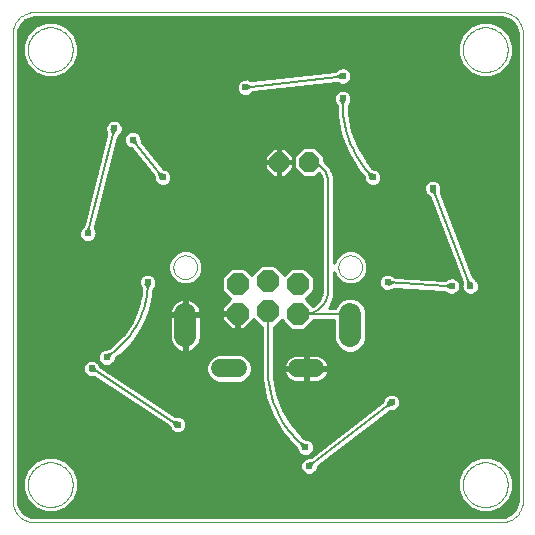
<source format=gbl>
G75*
G70*
%OFA0B0*%
%FSLAX24Y24*%
%IPPOS*%
%LPD*%
%AMOC8*
5,1,8,0,0,1.08239X$1,22.5*
%
%ADD10C,0.0000*%
%ADD11C,0.0740*%
%ADD12OC8,0.0660*%
%ADD13OC8,0.0740*%
%ADD14C,0.0600*%
%ADD15C,0.0240*%
%ADD16C,0.0060*%
%ADD17C,0.0100*%
D10*
X000150Y000857D02*
X000150Y016443D01*
X000152Y016493D01*
X000157Y016544D01*
X000166Y016593D01*
X000179Y016642D01*
X000195Y016690D01*
X000214Y016737D01*
X000236Y016782D01*
X000262Y016825D01*
X000291Y016867D01*
X000323Y016906D01*
X000357Y016943D01*
X000394Y016977D01*
X000433Y017009D01*
X000475Y017038D01*
X000518Y017064D01*
X000563Y017086D01*
X000610Y017105D01*
X000658Y017121D01*
X000707Y017134D01*
X000756Y017143D01*
X000807Y017148D01*
X000857Y017150D01*
X016443Y017150D01*
X016493Y017148D01*
X016544Y017143D01*
X016593Y017134D01*
X016642Y017121D01*
X016690Y017105D01*
X016737Y017086D01*
X016782Y017064D01*
X016825Y017038D01*
X016867Y017009D01*
X016906Y016977D01*
X016943Y016943D01*
X016977Y016906D01*
X017009Y016867D01*
X017038Y016825D01*
X017064Y016782D01*
X017086Y016737D01*
X017105Y016690D01*
X017121Y016642D01*
X017134Y016593D01*
X017143Y016544D01*
X017148Y016493D01*
X017150Y016443D01*
X017150Y000857D01*
X017148Y000807D01*
X017143Y000756D01*
X017134Y000707D01*
X017121Y000658D01*
X017105Y000610D01*
X017086Y000563D01*
X017064Y000518D01*
X017038Y000475D01*
X017009Y000433D01*
X016977Y000394D01*
X016943Y000357D01*
X016906Y000323D01*
X016867Y000291D01*
X016825Y000262D01*
X016782Y000236D01*
X016737Y000214D01*
X016690Y000195D01*
X016642Y000179D01*
X016593Y000166D01*
X016544Y000157D01*
X016493Y000152D01*
X016443Y000150D01*
X000857Y000150D01*
X000807Y000152D01*
X000756Y000157D01*
X000707Y000166D01*
X000658Y000179D01*
X000610Y000195D01*
X000563Y000214D01*
X000518Y000236D01*
X000475Y000262D01*
X000433Y000291D01*
X000394Y000323D01*
X000357Y000357D01*
X000323Y000394D01*
X000291Y000433D01*
X000262Y000475D01*
X000236Y000518D01*
X000214Y000563D01*
X000195Y000610D01*
X000179Y000658D01*
X000166Y000707D01*
X000157Y000756D01*
X000152Y000807D01*
X000150Y000857D01*
X000652Y001400D02*
X000654Y001455D01*
X000660Y001509D01*
X000670Y001563D01*
X000684Y001615D01*
X000701Y001667D01*
X000723Y001717D01*
X000748Y001766D01*
X000776Y001813D01*
X000808Y001857D01*
X000843Y001899D01*
X000881Y001938D01*
X000922Y001975D01*
X000965Y002008D01*
X001010Y002038D01*
X001058Y002065D01*
X001107Y002088D01*
X001158Y002108D01*
X001211Y002124D01*
X001264Y002136D01*
X001318Y002144D01*
X001373Y002148D01*
X001427Y002148D01*
X001482Y002144D01*
X001536Y002136D01*
X001589Y002124D01*
X001642Y002108D01*
X001693Y002088D01*
X001742Y002065D01*
X001790Y002038D01*
X001835Y002008D01*
X001878Y001975D01*
X001919Y001938D01*
X001957Y001899D01*
X001992Y001857D01*
X002024Y001813D01*
X002052Y001766D01*
X002077Y001717D01*
X002099Y001667D01*
X002116Y001615D01*
X002130Y001563D01*
X002140Y001509D01*
X002146Y001455D01*
X002148Y001400D01*
X002146Y001345D01*
X002140Y001291D01*
X002130Y001237D01*
X002116Y001185D01*
X002099Y001133D01*
X002077Y001083D01*
X002052Y001034D01*
X002024Y000987D01*
X001992Y000943D01*
X001957Y000901D01*
X001919Y000862D01*
X001878Y000825D01*
X001835Y000792D01*
X001790Y000762D01*
X001742Y000735D01*
X001693Y000712D01*
X001642Y000692D01*
X001589Y000676D01*
X001536Y000664D01*
X001482Y000656D01*
X001427Y000652D01*
X001373Y000652D01*
X001318Y000656D01*
X001264Y000664D01*
X001211Y000676D01*
X001158Y000692D01*
X001107Y000712D01*
X001058Y000735D01*
X001010Y000762D01*
X000965Y000792D01*
X000922Y000825D01*
X000881Y000862D01*
X000843Y000901D01*
X000808Y000943D01*
X000776Y000987D01*
X000748Y001034D01*
X000723Y001083D01*
X000701Y001133D01*
X000684Y001185D01*
X000670Y001237D01*
X000660Y001291D01*
X000654Y001345D01*
X000652Y001400D01*
X005506Y008650D02*
X005508Y008689D01*
X005514Y008728D01*
X005524Y008766D01*
X005537Y008803D01*
X005554Y008838D01*
X005574Y008872D01*
X005598Y008903D01*
X005625Y008932D01*
X005654Y008958D01*
X005686Y008981D01*
X005720Y009001D01*
X005756Y009017D01*
X005793Y009029D01*
X005832Y009038D01*
X005871Y009043D01*
X005910Y009044D01*
X005949Y009041D01*
X005988Y009034D01*
X006025Y009023D01*
X006062Y009009D01*
X006097Y008991D01*
X006130Y008970D01*
X006161Y008945D01*
X006189Y008918D01*
X006214Y008888D01*
X006236Y008855D01*
X006255Y008821D01*
X006270Y008785D01*
X006282Y008747D01*
X006290Y008709D01*
X006294Y008670D01*
X006294Y008630D01*
X006290Y008591D01*
X006282Y008553D01*
X006270Y008515D01*
X006255Y008479D01*
X006236Y008445D01*
X006214Y008412D01*
X006189Y008382D01*
X006161Y008355D01*
X006130Y008330D01*
X006097Y008309D01*
X006062Y008291D01*
X006025Y008277D01*
X005988Y008266D01*
X005949Y008259D01*
X005910Y008256D01*
X005871Y008257D01*
X005832Y008262D01*
X005793Y008271D01*
X005756Y008283D01*
X005720Y008299D01*
X005686Y008319D01*
X005654Y008342D01*
X005625Y008368D01*
X005598Y008397D01*
X005574Y008428D01*
X005554Y008462D01*
X005537Y008497D01*
X005524Y008534D01*
X005514Y008572D01*
X005508Y008611D01*
X005506Y008650D01*
X011006Y008650D02*
X011008Y008689D01*
X011014Y008728D01*
X011024Y008766D01*
X011037Y008803D01*
X011054Y008838D01*
X011074Y008872D01*
X011098Y008903D01*
X011125Y008932D01*
X011154Y008958D01*
X011186Y008981D01*
X011220Y009001D01*
X011256Y009017D01*
X011293Y009029D01*
X011332Y009038D01*
X011371Y009043D01*
X011410Y009044D01*
X011449Y009041D01*
X011488Y009034D01*
X011525Y009023D01*
X011562Y009009D01*
X011597Y008991D01*
X011630Y008970D01*
X011661Y008945D01*
X011689Y008918D01*
X011714Y008888D01*
X011736Y008855D01*
X011755Y008821D01*
X011770Y008785D01*
X011782Y008747D01*
X011790Y008709D01*
X011794Y008670D01*
X011794Y008630D01*
X011790Y008591D01*
X011782Y008553D01*
X011770Y008515D01*
X011755Y008479D01*
X011736Y008445D01*
X011714Y008412D01*
X011689Y008382D01*
X011661Y008355D01*
X011630Y008330D01*
X011597Y008309D01*
X011562Y008291D01*
X011525Y008277D01*
X011488Y008266D01*
X011449Y008259D01*
X011410Y008256D01*
X011371Y008257D01*
X011332Y008262D01*
X011293Y008271D01*
X011256Y008283D01*
X011220Y008299D01*
X011186Y008319D01*
X011154Y008342D01*
X011125Y008368D01*
X011098Y008397D01*
X011074Y008428D01*
X011054Y008462D01*
X011037Y008497D01*
X011024Y008534D01*
X011014Y008572D01*
X011008Y008611D01*
X011006Y008650D01*
X015152Y015900D02*
X015154Y015955D01*
X015160Y016009D01*
X015170Y016063D01*
X015184Y016115D01*
X015201Y016167D01*
X015223Y016217D01*
X015248Y016266D01*
X015276Y016313D01*
X015308Y016357D01*
X015343Y016399D01*
X015381Y016438D01*
X015422Y016475D01*
X015465Y016508D01*
X015510Y016538D01*
X015558Y016565D01*
X015607Y016588D01*
X015658Y016608D01*
X015711Y016624D01*
X015764Y016636D01*
X015818Y016644D01*
X015873Y016648D01*
X015927Y016648D01*
X015982Y016644D01*
X016036Y016636D01*
X016089Y016624D01*
X016142Y016608D01*
X016193Y016588D01*
X016242Y016565D01*
X016290Y016538D01*
X016335Y016508D01*
X016378Y016475D01*
X016419Y016438D01*
X016457Y016399D01*
X016492Y016357D01*
X016524Y016313D01*
X016552Y016266D01*
X016577Y016217D01*
X016599Y016167D01*
X016616Y016115D01*
X016630Y016063D01*
X016640Y016009D01*
X016646Y015955D01*
X016648Y015900D01*
X016646Y015845D01*
X016640Y015791D01*
X016630Y015737D01*
X016616Y015685D01*
X016599Y015633D01*
X016577Y015583D01*
X016552Y015534D01*
X016524Y015487D01*
X016492Y015443D01*
X016457Y015401D01*
X016419Y015362D01*
X016378Y015325D01*
X016335Y015292D01*
X016290Y015262D01*
X016242Y015235D01*
X016193Y015212D01*
X016142Y015192D01*
X016089Y015176D01*
X016036Y015164D01*
X015982Y015156D01*
X015927Y015152D01*
X015873Y015152D01*
X015818Y015156D01*
X015764Y015164D01*
X015711Y015176D01*
X015658Y015192D01*
X015607Y015212D01*
X015558Y015235D01*
X015510Y015262D01*
X015465Y015292D01*
X015422Y015325D01*
X015381Y015362D01*
X015343Y015401D01*
X015308Y015443D01*
X015276Y015487D01*
X015248Y015534D01*
X015223Y015583D01*
X015201Y015633D01*
X015184Y015685D01*
X015170Y015737D01*
X015160Y015791D01*
X015154Y015845D01*
X015152Y015900D01*
X000652Y015900D02*
X000654Y015955D01*
X000660Y016009D01*
X000670Y016063D01*
X000684Y016115D01*
X000701Y016167D01*
X000723Y016217D01*
X000748Y016266D01*
X000776Y016313D01*
X000808Y016357D01*
X000843Y016399D01*
X000881Y016438D01*
X000922Y016475D01*
X000965Y016508D01*
X001010Y016538D01*
X001058Y016565D01*
X001107Y016588D01*
X001158Y016608D01*
X001211Y016624D01*
X001264Y016636D01*
X001318Y016644D01*
X001373Y016648D01*
X001427Y016648D01*
X001482Y016644D01*
X001536Y016636D01*
X001589Y016624D01*
X001642Y016608D01*
X001693Y016588D01*
X001742Y016565D01*
X001790Y016538D01*
X001835Y016508D01*
X001878Y016475D01*
X001919Y016438D01*
X001957Y016399D01*
X001992Y016357D01*
X002024Y016313D01*
X002052Y016266D01*
X002077Y016217D01*
X002099Y016167D01*
X002116Y016115D01*
X002130Y016063D01*
X002140Y016009D01*
X002146Y015955D01*
X002148Y015900D01*
X002146Y015845D01*
X002140Y015791D01*
X002130Y015737D01*
X002116Y015685D01*
X002099Y015633D01*
X002077Y015583D01*
X002052Y015534D01*
X002024Y015487D01*
X001992Y015443D01*
X001957Y015401D01*
X001919Y015362D01*
X001878Y015325D01*
X001835Y015292D01*
X001790Y015262D01*
X001742Y015235D01*
X001693Y015212D01*
X001642Y015192D01*
X001589Y015176D01*
X001536Y015164D01*
X001482Y015156D01*
X001427Y015152D01*
X001373Y015152D01*
X001318Y015156D01*
X001264Y015164D01*
X001211Y015176D01*
X001158Y015192D01*
X001107Y015212D01*
X001058Y015235D01*
X001010Y015262D01*
X000965Y015292D01*
X000922Y015325D01*
X000881Y015362D01*
X000843Y015401D01*
X000808Y015443D01*
X000776Y015487D01*
X000748Y015534D01*
X000723Y015583D01*
X000701Y015633D01*
X000684Y015685D01*
X000670Y015737D01*
X000660Y015791D01*
X000654Y015845D01*
X000652Y015900D01*
X015152Y001400D02*
X015154Y001455D01*
X015160Y001509D01*
X015170Y001563D01*
X015184Y001615D01*
X015201Y001667D01*
X015223Y001717D01*
X015248Y001766D01*
X015276Y001813D01*
X015308Y001857D01*
X015343Y001899D01*
X015381Y001938D01*
X015422Y001975D01*
X015465Y002008D01*
X015510Y002038D01*
X015558Y002065D01*
X015607Y002088D01*
X015658Y002108D01*
X015711Y002124D01*
X015764Y002136D01*
X015818Y002144D01*
X015873Y002148D01*
X015927Y002148D01*
X015982Y002144D01*
X016036Y002136D01*
X016089Y002124D01*
X016142Y002108D01*
X016193Y002088D01*
X016242Y002065D01*
X016290Y002038D01*
X016335Y002008D01*
X016378Y001975D01*
X016419Y001938D01*
X016457Y001899D01*
X016492Y001857D01*
X016524Y001813D01*
X016552Y001766D01*
X016577Y001717D01*
X016599Y001667D01*
X016616Y001615D01*
X016630Y001563D01*
X016640Y001509D01*
X016646Y001455D01*
X016648Y001400D01*
X016646Y001345D01*
X016640Y001291D01*
X016630Y001237D01*
X016616Y001185D01*
X016599Y001133D01*
X016577Y001083D01*
X016552Y001034D01*
X016524Y000987D01*
X016492Y000943D01*
X016457Y000901D01*
X016419Y000862D01*
X016378Y000825D01*
X016335Y000792D01*
X016290Y000762D01*
X016242Y000735D01*
X016193Y000712D01*
X016142Y000692D01*
X016089Y000676D01*
X016036Y000664D01*
X015982Y000656D01*
X015927Y000652D01*
X015873Y000652D01*
X015818Y000656D01*
X015764Y000664D01*
X015711Y000676D01*
X015658Y000692D01*
X015607Y000712D01*
X015558Y000735D01*
X015510Y000762D01*
X015465Y000792D01*
X015422Y000825D01*
X015381Y000862D01*
X015343Y000901D01*
X015308Y000943D01*
X015276Y000987D01*
X015248Y001034D01*
X015223Y001083D01*
X015201Y001133D01*
X015184Y001185D01*
X015170Y001237D01*
X015160Y001291D01*
X015154Y001345D01*
X015152Y001400D01*
D11*
X011400Y006348D02*
X011400Y007088D01*
X005900Y007088D02*
X005900Y006348D01*
D12*
X009025Y012150D03*
X010025Y012150D03*
D13*
X008650Y008200D03*
X009650Y008100D03*
X009650Y007100D03*
X008650Y007200D03*
X007650Y007100D03*
X007650Y008100D03*
D14*
X007670Y005275D02*
X007070Y005275D01*
X009630Y005275D02*
X010230Y005275D01*
D15*
X012775Y004150D03*
X009900Y002650D03*
X010025Y002025D03*
X005650Y003400D03*
X003275Y005650D03*
X002775Y005275D03*
X004650Y008150D03*
X002650Y009775D03*
X005150Y011650D03*
X004150Y012900D03*
X003525Y013275D03*
X002400Y014900D03*
X007900Y014650D03*
X011150Y014275D03*
X011150Y015025D03*
X012150Y011650D03*
X014150Y011275D03*
X012650Y008150D03*
X014775Y008025D03*
X015400Y008025D03*
D16*
X015457Y008095D01*
X015335Y008193D01*
X015457Y008095D01*
X015400Y008025D01*
X015311Y008039D01*
X015335Y008193D01*
X015311Y008039D01*
X015400Y008025D01*
X014215Y011107D01*
X014093Y011205D01*
X014150Y011275D01*
X014239Y011261D01*
X014215Y011107D01*
X014150Y011275D01*
X014239Y011261D01*
X014239Y011261D01*
X012176Y011736D02*
X012150Y011650D01*
X012062Y011629D01*
X012150Y011650D01*
X012176Y011736D01*
X012026Y011781D01*
X012026Y011781D01*
X012026Y011781D01*
X012176Y011736D01*
X012026Y011781D01*
X012062Y011629D01*
X012026Y011781D01*
X012062Y011629D01*
X012062Y011629D01*
X012026Y011781D01*
X012176Y011736D01*
X012150Y011650D01*
X012062Y011629D01*
X012150Y011650D02*
X012176Y011736D01*
X012176Y011736D01*
X010650Y011525D02*
X010650Y007823D01*
X010648Y007772D01*
X010643Y007721D01*
X010633Y007671D01*
X010621Y007621D01*
X010604Y007573D01*
X010584Y007525D01*
X010561Y007480D01*
X010535Y007436D01*
X010505Y007394D01*
X010473Y007355D01*
X010437Y007317D01*
X010399Y007283D01*
X010359Y007251D01*
X010317Y007223D01*
X010272Y007197D01*
X010226Y007175D01*
X010179Y007156D01*
X010130Y007141D01*
X010080Y007129D01*
X010029Y007121D01*
X009978Y007117D01*
X009978Y007116D02*
X009650Y007100D01*
X011400Y007088D01*
X012690Y008070D02*
X012650Y008150D01*
X012699Y008225D01*
X012830Y008139D01*
X012690Y008070D01*
X012650Y008150D01*
X014595Y008036D01*
X014735Y008105D01*
X014775Y008025D01*
X014725Y007950D01*
X014595Y008036D01*
X014735Y008105D01*
X014735Y008105D01*
X014711Y008025D02*
X014775Y008025D01*
X014595Y008036D01*
X015311Y008039D02*
X015311Y008039D01*
X015335Y008193D02*
X015457Y008095D01*
X012830Y008139D02*
X012690Y008070D01*
X008650Y005251D02*
X008654Y005094D01*
X008665Y004937D01*
X008683Y004781D01*
X008709Y004626D01*
X008742Y004473D01*
X008782Y004321D01*
X008830Y004171D01*
X008884Y004024D01*
X008946Y003879D01*
X009014Y003738D01*
X009088Y003599D01*
X009169Y003465D01*
X009257Y003334D01*
X009350Y003208D01*
X009449Y003086D01*
X009554Y002969D01*
X009664Y002857D01*
X009780Y002751D01*
X009900Y002650D01*
X009916Y002739D01*
X009900Y002650D01*
X009815Y002620D01*
X009900Y002650D01*
X009916Y002739D01*
X009763Y002766D01*
X009916Y002739D01*
X009763Y002766D01*
X009815Y002620D01*
X009763Y002766D01*
X009815Y002620D01*
X009815Y002620D01*
X009900Y002650D01*
X010013Y002114D02*
X010025Y002025D01*
X010108Y001991D01*
X010167Y002135D01*
X010013Y002114D01*
X010025Y002025D02*
X012633Y004040D01*
X012692Y004184D01*
X012775Y004150D01*
X012787Y004061D01*
X012633Y004040D01*
X012775Y004150D01*
X008650Y005251D02*
X008650Y007200D01*
X005655Y003490D02*
X005499Y003498D01*
X005570Y003359D01*
X005650Y003400D01*
X005655Y003490D01*
X005650Y003400D02*
X005499Y003498D01*
X002775Y005275D01*
X002770Y005185D01*
X002926Y005177D01*
X002855Y005316D01*
X002775Y005275D01*
X003275Y005650D02*
X003357Y005613D01*
X003421Y005756D01*
X003266Y005740D01*
X003275Y005650D01*
X003421Y005756D01*
X003266Y005740D01*
X003266Y005740D01*
X003421Y005756D02*
X003437Y005768D01*
X004644Y007970D02*
X004571Y008107D01*
X004650Y008150D01*
X004571Y008107D01*
X004644Y007970D01*
X004571Y008107D01*
X004650Y008150D01*
X004727Y008103D01*
X004650Y008150D01*
X004727Y008103D01*
X004727Y008103D01*
X004644Y007970D01*
X004645Y007970D01*
X004571Y008107D01*
X004645Y007970D02*
X004727Y008103D01*
X004727Y008103D01*
X004645Y007970D01*
X004727Y008103D01*
X004644Y007970D02*
X004645Y007970D01*
X002737Y009800D02*
X002694Y009950D01*
X002585Y009838D01*
X002650Y009775D01*
X002737Y009800D01*
X002650Y009775D02*
X002694Y009950D01*
X003481Y013100D01*
X003438Y013250D01*
X003525Y013275D01*
X003590Y013212D01*
X003481Y013100D01*
X003525Y013275D01*
X004150Y012900D02*
X004117Y012816D01*
X004262Y012759D01*
X004239Y012914D01*
X004150Y012900D01*
X004239Y012914D01*
X004239Y012914D01*
X004262Y012759D01*
X004117Y012816D01*
X004262Y012759D01*
X004262Y012759D01*
X004239Y012914D01*
X004150Y012900D02*
X004262Y012759D01*
X004262Y012759D01*
X005038Y011791D01*
X005183Y011734D01*
X005150Y011650D01*
X005061Y011636D01*
X005150Y011650D01*
X005183Y011734D01*
X005038Y011791D01*
X005061Y011636D01*
X005061Y011636D01*
X005038Y011791D01*
X005038Y011791D01*
X005038Y011791D01*
X005038Y011791D01*
X005150Y011650D01*
X004117Y012816D02*
X004150Y012900D01*
X007900Y014650D02*
X007954Y014578D01*
X008079Y014671D01*
X007936Y014733D01*
X007900Y014650D01*
X008079Y014671D01*
X010971Y015004D01*
X011096Y015097D01*
X011150Y015025D01*
X011114Y014942D01*
X010971Y015004D01*
X011150Y015025D01*
X011150Y014275D02*
X011072Y014230D01*
X011150Y014095D01*
X011072Y014230D01*
X011150Y014275D01*
X011228Y014230D01*
X011150Y014095D01*
X011228Y014230D01*
X011150Y014275D01*
X011150Y014095D01*
X011150Y014095D01*
X011072Y014230D01*
X011150Y014095D02*
X011150Y014095D01*
X011150Y014064D01*
X011228Y014230D02*
X011228Y014230D01*
X010025Y012150D02*
X010074Y012148D01*
X010123Y012142D01*
X010171Y012133D01*
X010218Y012119D01*
X010264Y012102D01*
X010309Y012082D01*
X010352Y012058D01*
X010392Y012031D01*
X010431Y012000D01*
X010467Y011967D01*
X010500Y011931D01*
X010531Y011892D01*
X010558Y011852D01*
X010582Y011809D01*
X010602Y011764D01*
X010619Y011718D01*
X010633Y011671D01*
X010642Y011623D01*
X010648Y011574D01*
X010650Y011525D01*
X012026Y011781D02*
X012087Y011714D01*
X012150Y011650D01*
X012026Y011781D02*
X011918Y011907D01*
X011815Y012039D01*
X011720Y012176D01*
X011631Y012317D01*
X011549Y012462D01*
X011475Y012611D01*
X011407Y012764D01*
X011348Y012919D01*
X011296Y013078D01*
X011251Y013238D01*
X011215Y013401D01*
X011187Y013566D01*
X011166Y013731D01*
X011154Y013897D01*
X011150Y014064D01*
X004650Y008150D02*
X004649Y008060D01*
X004644Y007970D01*
X004632Y007826D01*
X004613Y007684D01*
X004587Y007542D01*
X004553Y007402D01*
X004513Y007263D01*
X004467Y007127D01*
X004413Y006993D01*
X004353Y006862D01*
X004287Y006734D01*
X004215Y006609D01*
X004136Y006488D01*
X004052Y006371D01*
X003962Y006258D01*
X003867Y006150D01*
X003767Y006047D01*
X003661Y005948D01*
X003551Y005855D01*
X003437Y005767D01*
D17*
X000524Y000446D02*
X016776Y000446D01*
X016741Y000411D02*
X016548Y000330D01*
X016443Y000320D01*
X000857Y000320D01*
X000752Y000330D01*
X000559Y000411D01*
X000411Y000559D01*
X000330Y000752D01*
X000320Y000857D01*
X000320Y016443D01*
X000330Y016548D01*
X000411Y016741D01*
X000559Y016889D01*
X000752Y016970D01*
X000857Y016980D01*
X016443Y016980D01*
X016548Y016970D01*
X016741Y016889D01*
X016889Y016741D01*
X016970Y016548D01*
X016980Y016443D01*
X016980Y000857D01*
X016970Y000752D01*
X016889Y000559D01*
X016741Y000411D01*
X016588Y000347D02*
X000712Y000347D01*
X000880Y000622D02*
X001217Y000483D01*
X001583Y000483D01*
X001920Y000622D01*
X002178Y000880D01*
X002317Y001217D01*
X002317Y001583D01*
X002178Y001920D01*
X001920Y002178D01*
X001583Y002317D01*
X001584Y002317D02*
X010020Y002317D01*
X010005Y002315D02*
X009967Y002315D01*
X009949Y002307D01*
X009904Y002301D01*
X009890Y002283D01*
X009861Y002271D01*
X009779Y002189D01*
X009735Y002083D01*
X009735Y001967D01*
X009779Y001861D01*
X009861Y001779D01*
X009967Y001735D01*
X010083Y001735D01*
X010189Y001779D01*
X010239Y001829D01*
X010262Y001838D01*
X010262Y001838D01*
X010293Y001915D01*
X010315Y001967D01*
X010315Y001968D01*
X010325Y001992D01*
X010332Y002010D01*
X012689Y003831D01*
X012689Y003831D01*
X012712Y003849D01*
X012778Y003858D01*
X012795Y003860D01*
X012833Y003860D01*
X012851Y003868D01*
X012896Y003874D01*
X012910Y003892D01*
X012939Y003904D01*
X013021Y003986D01*
X013065Y004092D01*
X013065Y004208D01*
X013021Y004314D01*
X012939Y004396D01*
X012833Y004440D01*
X012717Y004440D01*
X012611Y004396D01*
X012561Y004346D01*
X012538Y004337D01*
X012507Y004260D01*
X012485Y004208D01*
X012485Y004207D01*
X012468Y004165D01*
X010088Y002326D01*
X010005Y002315D01*
X009958Y002360D02*
X010064Y002404D01*
X010146Y002486D01*
X010190Y002592D01*
X010190Y002708D01*
X010146Y002814D01*
X010064Y002896D01*
X010045Y002904D01*
X010033Y002921D01*
X009982Y002930D01*
X009958Y002940D01*
X009926Y002940D01*
X009858Y002952D01*
X009814Y002991D01*
X009446Y003413D01*
X009159Y003895D01*
X008962Y004419D01*
X008863Y004971D01*
X008850Y005251D01*
X008850Y006660D01*
X008874Y006660D01*
X009110Y006896D01*
X009110Y006876D01*
X009426Y006560D01*
X009874Y006560D01*
X010190Y006876D01*
X010190Y006896D01*
X010860Y006891D01*
X010860Y006240D01*
X010942Y006042D01*
X011094Y005890D01*
X011293Y005808D01*
X011507Y005808D01*
X011706Y005890D01*
X011858Y006042D01*
X011940Y006240D01*
X011940Y007195D01*
X011858Y007393D01*
X011706Y007545D01*
X011507Y007627D01*
X011293Y007627D01*
X011094Y007545D01*
X010942Y007393D01*
X010900Y007291D01*
X010691Y007293D01*
X010720Y007324D01*
X010850Y007648D01*
X010850Y008505D01*
X010922Y008331D01*
X011081Y008172D01*
X011288Y008086D01*
X011512Y008086D01*
X011719Y008172D01*
X011878Y008331D01*
X011964Y008538D01*
X011964Y008762D01*
X011878Y008969D01*
X011719Y009128D01*
X011512Y009214D01*
X011288Y009214D01*
X011081Y009128D01*
X010922Y008969D01*
X010850Y008795D01*
X010850Y011689D01*
X010724Y011992D01*
X010724Y011992D01*
X010525Y012192D01*
X010525Y012357D01*
X010232Y012650D01*
X009818Y012650D01*
X009525Y012357D01*
X009525Y011943D01*
X009818Y011650D01*
X010232Y011650D01*
X010361Y011779D01*
X010378Y011761D01*
X010442Y011608D01*
X010450Y011525D01*
X010450Y007823D01*
X010441Y007727D01*
X010370Y007549D01*
X010238Y007410D01*
X010146Y007368D01*
X009914Y007600D01*
X010190Y007876D01*
X010190Y008324D01*
X009874Y008640D01*
X009426Y008640D01*
X009190Y008404D01*
X009190Y008424D01*
X008874Y008740D01*
X008426Y008740D01*
X008110Y008424D01*
X008110Y008404D01*
X007874Y008640D01*
X007426Y008640D01*
X007110Y008324D01*
X007110Y007876D01*
X007400Y007586D01*
X007130Y007315D01*
X007130Y007150D01*
X007600Y007150D01*
X007600Y007050D01*
X007700Y007050D01*
X007700Y006580D01*
X007865Y006580D01*
X008170Y006885D01*
X008170Y006916D01*
X008426Y006660D01*
X008450Y006660D01*
X008450Y004934D01*
X008563Y004309D01*
X008786Y003715D01*
X009111Y003170D01*
X009527Y002692D01*
X009597Y002637D01*
X009610Y002599D01*
X009610Y002592D01*
X009629Y002546D01*
X009654Y002475D01*
X009655Y002475D01*
X009655Y002474D01*
X009655Y002474D01*
X009655Y002474D01*
X009655Y002474D01*
X009655Y002474D01*
X009676Y002464D01*
X009736Y002404D01*
X009842Y002360D01*
X009958Y002360D01*
X009904Y002301D02*
X009904Y002301D01*
X009904Y002301D01*
X009808Y002219D02*
X001821Y002219D01*
X001978Y002120D02*
X009750Y002120D01*
X009735Y002022D02*
X002076Y002022D01*
X002175Y001923D02*
X009753Y001923D01*
X009815Y001825D02*
X002217Y001825D01*
X002258Y001726D02*
X015042Y001726D01*
X015083Y001825D02*
X010235Y001825D01*
X010262Y001838D02*
X010262Y001838D01*
X010297Y001923D02*
X015125Y001923D01*
X015122Y001920D02*
X014983Y001583D01*
X014983Y001217D01*
X015122Y000880D01*
X015380Y000622D01*
X015717Y000483D01*
X016083Y000483D01*
X016420Y000622D01*
X016678Y000880D01*
X016817Y001217D01*
X016817Y001583D01*
X016678Y001920D01*
X016420Y002178D01*
X016083Y002317D01*
X016084Y002317D02*
X016980Y002317D01*
X016980Y002219D02*
X016321Y002219D01*
X016478Y002120D02*
X016980Y002120D01*
X016980Y002022D02*
X016576Y002022D01*
X016675Y001923D02*
X016980Y001923D01*
X016980Y001825D02*
X016717Y001825D01*
X016758Y001726D02*
X016980Y001726D01*
X016980Y001628D02*
X016799Y001628D01*
X016817Y001529D02*
X016980Y001529D01*
X016980Y001431D02*
X016817Y001431D01*
X016817Y001332D02*
X016980Y001332D01*
X016980Y001234D02*
X016817Y001234D01*
X016783Y001135D02*
X016980Y001135D01*
X016980Y001037D02*
X016743Y001037D01*
X016702Y000938D02*
X016980Y000938D01*
X016978Y000840D02*
X016637Y000840D01*
X016539Y000741D02*
X016965Y000741D01*
X016924Y000643D02*
X016440Y000643D01*
X016231Y000544D02*
X016875Y000544D01*
X015569Y000544D02*
X001731Y000544D01*
X001940Y000643D02*
X015360Y000643D01*
X015261Y000741D02*
X002039Y000741D01*
X002137Y000840D02*
X015163Y000840D01*
X015098Y000938D02*
X002202Y000938D01*
X002243Y001037D02*
X015057Y001037D01*
X015017Y001135D02*
X002283Y001135D01*
X002317Y001234D02*
X014983Y001234D01*
X014983Y001332D02*
X002317Y001332D01*
X002317Y001431D02*
X014983Y001431D01*
X014983Y001529D02*
X002317Y001529D01*
X002299Y001628D02*
X015001Y001628D01*
X015122Y001920D02*
X015380Y002178D01*
X015717Y002317D01*
X015716Y002317D02*
X010730Y002317D01*
X010857Y002416D02*
X016980Y002416D01*
X016980Y002514D02*
X010985Y002514D01*
X011112Y002613D02*
X016980Y002613D01*
X016980Y002711D02*
X011240Y002711D01*
X011367Y002810D02*
X016980Y002810D01*
X016980Y002908D02*
X011495Y002908D01*
X011622Y003007D02*
X016980Y003007D01*
X016980Y003105D02*
X011750Y003105D01*
X011877Y003204D02*
X016980Y003204D01*
X016980Y003302D02*
X012005Y003302D01*
X012132Y003401D02*
X016980Y003401D01*
X016980Y003499D02*
X012260Y003499D01*
X012387Y003598D02*
X016980Y003598D01*
X016980Y003696D02*
X012515Y003696D01*
X012642Y003795D02*
X016980Y003795D01*
X016980Y003893D02*
X012912Y003893D01*
X012896Y003874D02*
X012896Y003874D01*
X012896Y003874D01*
X013023Y003992D02*
X016980Y003992D01*
X016980Y004090D02*
X013064Y004090D01*
X013065Y004189D02*
X016980Y004189D01*
X016980Y004287D02*
X013032Y004287D01*
X012950Y004386D02*
X016980Y004386D01*
X016980Y004484D02*
X008951Y004484D01*
X008933Y004583D02*
X016980Y004583D01*
X016980Y004681D02*
X008915Y004681D01*
X008897Y004780D02*
X016980Y004780D01*
X016980Y004878D02*
X010442Y004878D01*
X010466Y004890D02*
X010523Y004932D01*
X010573Y004982D01*
X010615Y005039D01*
X010647Y005102D01*
X010669Y005170D01*
X010678Y005225D01*
X009980Y005225D01*
X009980Y005325D01*
X009880Y005325D01*
X009880Y005725D01*
X009595Y005725D01*
X009525Y005714D01*
X009457Y005692D01*
X009394Y005660D01*
X009337Y005618D01*
X009287Y005568D01*
X009245Y005511D01*
X009213Y005448D01*
X009191Y005380D01*
X009182Y005325D01*
X009880Y005325D01*
X009880Y005225D01*
X009980Y005225D01*
X009980Y004825D01*
X010265Y004825D01*
X010335Y004836D01*
X010403Y004858D01*
X010466Y004890D01*
X010568Y004977D02*
X016980Y004977D01*
X016980Y005075D02*
X010633Y005075D01*
X010670Y005174D02*
X016980Y005174D01*
X016980Y005272D02*
X009980Y005272D01*
X009980Y005325D02*
X010678Y005325D01*
X010669Y005380D01*
X010647Y005448D01*
X010615Y005511D01*
X010573Y005568D01*
X010523Y005618D01*
X010466Y005660D01*
X010403Y005692D01*
X010335Y005714D01*
X010265Y005725D01*
X009980Y005725D01*
X009980Y005325D01*
X009980Y005371D02*
X009880Y005371D01*
X009880Y005469D02*
X009980Y005469D01*
X009980Y005568D02*
X009880Y005568D01*
X009880Y005666D02*
X009980Y005666D01*
X009880Y005272D02*
X008850Y005272D01*
X008850Y005371D02*
X009190Y005371D01*
X009224Y005469D02*
X008850Y005469D01*
X008850Y005568D02*
X009286Y005568D01*
X009406Y005666D02*
X008850Y005666D01*
X008850Y005765D02*
X016980Y005765D01*
X016980Y005863D02*
X011641Y005863D01*
X011778Y005962D02*
X016980Y005962D01*
X016980Y006060D02*
X011865Y006060D01*
X011906Y006159D02*
X016980Y006159D01*
X016980Y006257D02*
X011940Y006257D01*
X011940Y006356D02*
X016980Y006356D01*
X016980Y006454D02*
X011940Y006454D01*
X011940Y006553D02*
X016980Y006553D01*
X016980Y006651D02*
X011940Y006651D01*
X011940Y006750D02*
X016980Y006750D01*
X016980Y006848D02*
X011940Y006848D01*
X011940Y006947D02*
X016980Y006947D01*
X016980Y007045D02*
X011940Y007045D01*
X011940Y007144D02*
X016980Y007144D01*
X016980Y007242D02*
X011920Y007242D01*
X011880Y007341D02*
X016980Y007341D01*
X016980Y007439D02*
X011812Y007439D01*
X011714Y007538D02*
X016980Y007538D01*
X016980Y007636D02*
X010845Y007636D01*
X010850Y007735D02*
X016980Y007735D01*
X016980Y007833D02*
X015618Y007833D01*
X015646Y007861D02*
X015690Y007967D01*
X015690Y008083D01*
X015648Y008183D01*
X015647Y008198D01*
X015647Y008198D01*
X015647Y008198D01*
X015594Y008241D01*
X015564Y008271D01*
X015550Y008277D01*
X015503Y008315D01*
X014421Y011129D01*
X014426Y011166D01*
X014439Y011178D01*
X014439Y011215D01*
X014440Y011217D01*
X014440Y011252D01*
X014449Y011312D01*
X014440Y011325D01*
X014440Y011333D01*
X014439Y011335D01*
X014439Y011344D01*
X014433Y011350D01*
X014396Y011439D01*
X014314Y011521D01*
X014208Y011565D01*
X014092Y011565D01*
X013986Y011521D01*
X013904Y011439D01*
X013860Y011333D01*
X013860Y011217D01*
X013902Y011117D01*
X013903Y011102D01*
X013956Y011059D01*
X013986Y011029D01*
X014000Y011023D01*
X014030Y010999D01*
X014047Y010985D01*
X010850Y010985D01*
X010850Y010887D02*
X014085Y010887D01*
X014058Y010958D02*
X015129Y008171D01*
X015126Y008152D01*
X015124Y008134D01*
X015111Y008122D01*
X015111Y008085D01*
X015110Y008083D01*
X015110Y008048D01*
X015105Y008016D01*
X015101Y007988D01*
X015110Y007975D01*
X015110Y007967D01*
X015111Y007965D01*
X015111Y007956D01*
X015117Y007950D01*
X015154Y007861D01*
X015236Y007779D01*
X015342Y007735D01*
X015458Y007735D01*
X015564Y007779D01*
X015646Y007861D01*
X015675Y007932D02*
X016980Y007932D01*
X016980Y008030D02*
X015690Y008030D01*
X015671Y008129D02*
X016980Y008129D01*
X016980Y008227D02*
X015611Y008227D01*
X015499Y008326D02*
X016980Y008326D01*
X016980Y008424D02*
X015461Y008424D01*
X015423Y008523D02*
X016980Y008523D01*
X016980Y008621D02*
X015385Y008621D01*
X015347Y008720D02*
X016980Y008720D01*
X016980Y008818D02*
X015309Y008818D01*
X015271Y008917D02*
X016980Y008917D01*
X016980Y009015D02*
X015234Y009015D01*
X015196Y009114D02*
X016980Y009114D01*
X016980Y009212D02*
X015158Y009212D01*
X015120Y009311D02*
X016980Y009311D01*
X016980Y009409D02*
X015082Y009409D01*
X015044Y009508D02*
X016980Y009508D01*
X016980Y009606D02*
X015006Y009606D01*
X014968Y009705D02*
X016980Y009705D01*
X016980Y009803D02*
X014930Y009803D01*
X014893Y009902D02*
X016980Y009902D01*
X016980Y010000D02*
X014855Y010000D01*
X014817Y010099D02*
X016980Y010099D01*
X016980Y010197D02*
X014779Y010197D01*
X014741Y010296D02*
X016980Y010296D01*
X016980Y010394D02*
X014703Y010394D01*
X014665Y010493D02*
X016980Y010493D01*
X016980Y010591D02*
X014627Y010591D01*
X014589Y010690D02*
X016980Y010690D01*
X016980Y010788D02*
X014552Y010788D01*
X014514Y010887D02*
X016980Y010887D01*
X016980Y010985D02*
X014476Y010985D01*
X014438Y011084D02*
X016980Y011084D01*
X016980Y011182D02*
X014439Y011182D01*
X014444Y011281D02*
X016980Y011281D01*
X016980Y011379D02*
X014421Y011379D01*
X014449Y011312D02*
X014449Y011312D01*
X014449Y011312D01*
X014358Y011478D02*
X016980Y011478D01*
X016980Y011576D02*
X012433Y011576D01*
X012440Y011592D02*
X012396Y011486D01*
X012314Y011404D01*
X012208Y011360D01*
X012092Y011360D01*
X011986Y011404D01*
X011904Y011486D01*
X011901Y011493D01*
X011887Y011502D01*
X011887Y011502D01*
X011885Y011510D01*
X011879Y011514D01*
X011870Y011569D01*
X011860Y011592D01*
X011860Y011616D01*
X011843Y011685D01*
X011822Y011708D01*
X011822Y011708D01*
X011655Y011894D01*
X011655Y011894D01*
X011309Y012460D01*
X011309Y012460D01*
X011071Y013080D01*
X011071Y013080D01*
X010950Y013732D01*
X010950Y014012D01*
X010950Y014012D01*
X010950Y014041D01*
X010918Y014097D01*
X010904Y014111D01*
X010889Y014146D01*
X010863Y014192D01*
X010857Y014202D01*
X010857Y014202D01*
X010861Y014215D01*
X010860Y014217D01*
X010860Y014333D01*
X010904Y014439D01*
X010986Y014521D01*
X011092Y014565D01*
X011208Y014565D01*
X011314Y014521D01*
X011396Y014439D01*
X011440Y014333D01*
X011440Y014217D01*
X011439Y014215D01*
X011443Y014202D01*
X011443Y014202D01*
X011443Y014202D01*
X011443Y014202D01*
X011431Y014182D01*
X011428Y014176D01*
X011428Y014147D01*
X011399Y014118D01*
X011396Y014111D01*
X011382Y014097D01*
X011351Y014043D01*
X011363Y013770D01*
X011471Y013192D01*
X011681Y012643D01*
X011988Y012142D01*
X012141Y011955D01*
X012192Y011940D01*
X012208Y011940D01*
X012217Y011936D01*
X012258Y011936D01*
X012281Y011914D01*
X012312Y011905D01*
X012312Y011905D01*
X012312Y011905D01*
X012312Y011905D01*
X012312Y011905D01*
X012312Y011904D01*
X012312Y011904D01*
X012312Y011904D01*
X012319Y011891D01*
X012396Y011814D01*
X012440Y011708D01*
X012440Y011592D01*
X012440Y011675D02*
X016980Y011675D01*
X016980Y011773D02*
X012413Y011773D01*
X012339Y011872D02*
X016980Y011872D01*
X016980Y011970D02*
X012129Y011970D01*
X012048Y012069D02*
X016980Y012069D01*
X016980Y012167D02*
X011973Y012167D01*
X011912Y012266D02*
X016980Y012266D01*
X016980Y012364D02*
X011852Y012364D01*
X011792Y012463D02*
X016980Y012463D01*
X016980Y012561D02*
X011732Y012561D01*
X011675Y012660D02*
X016980Y012660D01*
X016980Y012758D02*
X011637Y012758D01*
X011599Y012857D02*
X016980Y012857D01*
X016980Y012955D02*
X011562Y012955D01*
X011524Y013054D02*
X016980Y013054D01*
X016980Y013152D02*
X011486Y013152D01*
X011460Y013251D02*
X016980Y013251D01*
X016980Y013349D02*
X011441Y013349D01*
X011423Y013448D02*
X016980Y013448D01*
X016980Y013546D02*
X011405Y013546D01*
X011387Y013645D02*
X016980Y013645D01*
X016980Y013743D02*
X011369Y013743D01*
X011360Y013842D02*
X016980Y013842D01*
X016980Y013940D02*
X011356Y013940D01*
X011351Y014039D02*
X016980Y014039D01*
X016980Y014137D02*
X011418Y014137D01*
X011440Y014236D02*
X016980Y014236D01*
X016980Y014334D02*
X011439Y014334D01*
X011399Y014433D02*
X016980Y014433D01*
X016980Y014531D02*
X011290Y014531D01*
X011208Y014735D02*
X011314Y014779D01*
X011396Y014861D01*
X011440Y014967D01*
X011440Y015083D01*
X011396Y015189D01*
X011314Y015271D01*
X011208Y015315D01*
X011092Y015315D01*
X011066Y015304D01*
X011044Y015307D01*
X011044Y015307D01*
X011044Y015307D01*
X011006Y015279D01*
X010986Y015271D01*
X010960Y015245D01*
X010895Y015197D01*
X008138Y014879D01*
X008109Y014875D01*
X008066Y014894D01*
X008064Y014896D01*
X008013Y014917D01*
X007939Y014949D01*
X007916Y014940D01*
X007842Y014940D01*
X007736Y014896D01*
X007654Y014814D01*
X007610Y014708D01*
X007610Y014592D01*
X007654Y014486D01*
X007736Y014404D01*
X007842Y014360D01*
X007958Y014360D01*
X007984Y014371D01*
X008006Y014368D01*
X008006Y014368D01*
X008006Y014368D01*
X008044Y014396D01*
X008064Y014404D01*
X008090Y014430D01*
X008112Y014446D01*
X008139Y014466D01*
X008139Y014466D01*
X008155Y014478D01*
X010912Y014796D01*
X010941Y014800D01*
X010984Y014781D01*
X010986Y014779D01*
X011037Y014758D01*
X011100Y014731D01*
X011111Y014726D01*
X011134Y014735D01*
X011208Y014735D01*
X011116Y014728D02*
X016980Y014728D01*
X016980Y014630D02*
X009467Y014630D01*
X009393Y015024D02*
X001682Y015024D01*
X001583Y014983D02*
X001920Y015122D01*
X002178Y015380D01*
X002317Y015717D01*
X002317Y016083D01*
X002178Y016420D01*
X001920Y016678D01*
X001583Y016817D01*
X001217Y016817D01*
X000880Y016678D01*
X000622Y016420D01*
X000483Y016083D01*
X000483Y015717D01*
X000622Y015380D01*
X000880Y015122D01*
X001217Y014983D01*
X001583Y014983D01*
X001919Y015122D02*
X010246Y015122D01*
X010321Y014728D02*
X011106Y014728D01*
X010912Y014796D02*
X010912Y014796D01*
X011010Y014531D02*
X008614Y014531D01*
X008539Y014925D02*
X007995Y014925D01*
X007939Y014949D02*
X007939Y014949D01*
X007939Y014949D01*
X007806Y014925D02*
X000320Y014925D01*
X000320Y014827D02*
X007666Y014827D01*
X007618Y014728D02*
X000320Y014728D01*
X000320Y014630D02*
X007610Y014630D01*
X007635Y014531D02*
X000320Y014531D01*
X000320Y014433D02*
X007707Y014433D01*
X008094Y014433D02*
X010901Y014433D01*
X010861Y014334D02*
X000320Y014334D01*
X000320Y014236D02*
X010860Y014236D01*
X010857Y014202D02*
X010857Y014202D01*
X010857Y014202D01*
X010893Y014137D02*
X000320Y014137D01*
X000320Y014039D02*
X010950Y014039D01*
X010950Y013940D02*
X000320Y013940D01*
X000320Y013842D02*
X010950Y013842D01*
X010950Y013743D02*
X000320Y013743D01*
X000320Y013645D02*
X010966Y013645D01*
X010985Y013546D02*
X003628Y013546D01*
X003583Y013565D02*
X003467Y013565D01*
X003361Y013521D01*
X003279Y013439D01*
X003235Y013333D01*
X003235Y013296D01*
X003223Y013275D01*
X003227Y013262D01*
X003235Y013234D01*
X003235Y013217D01*
X003251Y013179D01*
X003274Y013097D01*
X003267Y013069D01*
X002520Y010079D01*
X002513Y010050D01*
X002443Y009978D01*
X002404Y009939D01*
X002403Y009937D01*
X002391Y009925D01*
X002384Y009917D01*
X002384Y009892D01*
X002360Y009833D01*
X002360Y009717D01*
X002404Y009611D01*
X002486Y009529D01*
X002592Y009485D01*
X002708Y009485D01*
X002814Y009529D01*
X002896Y009611D01*
X002940Y009717D01*
X002940Y009754D01*
X002952Y009775D01*
X002949Y009785D01*
X002940Y009816D01*
X002940Y009833D01*
X002924Y009871D01*
X002901Y009953D01*
X002908Y009981D01*
X002908Y009981D01*
X003662Y013000D01*
X003723Y013062D01*
X003732Y013072D01*
X003771Y013111D01*
X003772Y013113D01*
X003791Y013133D01*
X003791Y013133D01*
X003791Y013133D01*
X003791Y013158D01*
X003815Y013217D01*
X003815Y013333D01*
X003771Y013439D01*
X003689Y013521D01*
X003583Y013565D01*
X003422Y013546D02*
X000320Y013546D01*
X000320Y013448D02*
X003287Y013448D01*
X003242Y013349D02*
X000320Y013349D01*
X000320Y013251D02*
X003230Y013251D01*
X003259Y013152D02*
X000320Y013152D01*
X000320Y013054D02*
X003263Y013054D01*
X003267Y013069D02*
X003267Y013069D01*
X003239Y012955D02*
X000320Y012955D01*
X000320Y012857D02*
X003214Y012857D01*
X003190Y012758D02*
X000320Y012758D01*
X000320Y012660D02*
X003165Y012660D01*
X003140Y012561D02*
X000320Y012561D01*
X000320Y012463D02*
X003116Y012463D01*
X003091Y012364D02*
X000320Y012364D01*
X000320Y012266D02*
X003066Y012266D01*
X003042Y012167D02*
X000320Y012167D01*
X000320Y012069D02*
X003017Y012069D01*
X002993Y011970D02*
X000320Y011970D01*
X000320Y011872D02*
X002968Y011872D01*
X002943Y011773D02*
X000320Y011773D01*
X000320Y011675D02*
X002919Y011675D01*
X002894Y011576D02*
X000320Y011576D01*
X000320Y011478D02*
X002869Y011478D01*
X002845Y011379D02*
X000320Y011379D01*
X000320Y011281D02*
X002820Y011281D01*
X002796Y011182D02*
X000320Y011182D01*
X000320Y011084D02*
X002771Y011084D01*
X002746Y010985D02*
X000320Y010985D01*
X000320Y010887D02*
X002722Y010887D01*
X002697Y010788D02*
X000320Y010788D01*
X000320Y010690D02*
X002672Y010690D01*
X002648Y010591D02*
X000320Y010591D01*
X000320Y010493D02*
X002623Y010493D01*
X002599Y010394D02*
X000320Y010394D01*
X000320Y010296D02*
X002574Y010296D01*
X002549Y010197D02*
X000320Y010197D01*
X000320Y010099D02*
X002525Y010099D01*
X002464Y010000D02*
X000320Y010000D01*
X000320Y009902D02*
X002384Y009902D01*
X002360Y009803D02*
X000320Y009803D01*
X000320Y009705D02*
X002365Y009705D01*
X002409Y009606D02*
X000320Y009606D01*
X000320Y009508D02*
X002538Y009508D01*
X002762Y009508D02*
X010450Y009508D01*
X010450Y009606D02*
X002891Y009606D01*
X002935Y009705D02*
X010450Y009705D01*
X010450Y009803D02*
X002944Y009803D01*
X002915Y009902D02*
X010450Y009902D01*
X010450Y010000D02*
X002912Y010000D01*
X002937Y010099D02*
X010450Y010099D01*
X010450Y010197D02*
X002962Y010197D01*
X002986Y010296D02*
X010450Y010296D01*
X010450Y010394D02*
X003011Y010394D01*
X003036Y010493D02*
X010450Y010493D01*
X010450Y010591D02*
X003060Y010591D01*
X003085Y010690D02*
X010450Y010690D01*
X010450Y010788D02*
X003109Y010788D01*
X003134Y010887D02*
X010450Y010887D01*
X010450Y010985D02*
X003159Y010985D01*
X003183Y011084D02*
X010450Y011084D01*
X010450Y011182D02*
X003208Y011182D01*
X003233Y011281D02*
X010450Y011281D01*
X010450Y011379D02*
X005254Y011379D01*
X005208Y011360D02*
X005314Y011404D01*
X005396Y011486D01*
X005440Y011592D01*
X005440Y011708D01*
X005396Y011814D01*
X005342Y011868D01*
X005333Y011890D01*
X005333Y011890D01*
X005333Y011890D01*
X005333Y011890D01*
X005268Y011915D01*
X005258Y011919D01*
X005208Y011940D01*
X005205Y011940D01*
X005160Y011957D01*
X004462Y012830D01*
X004462Y012842D01*
X004450Y012854D01*
X004446Y012884D01*
X004441Y012917D01*
X004440Y012922D01*
X004440Y012958D01*
X004439Y012960D01*
X004439Y012996D01*
X004427Y013009D01*
X004424Y013026D01*
X004406Y013039D01*
X004396Y013064D01*
X004314Y013146D01*
X004208Y013190D01*
X004092Y013190D01*
X003986Y013146D01*
X003904Y013064D01*
X003860Y012958D01*
X003860Y012842D01*
X003904Y012736D01*
X003958Y012682D01*
X003967Y012660D01*
X003967Y012660D01*
X003967Y012660D01*
X003967Y012660D01*
X003967Y012660D01*
X003967Y012660D01*
X004039Y012632D01*
X004042Y012631D01*
X004092Y012610D01*
X004095Y012610D01*
X004140Y012593D01*
X004838Y011720D01*
X004838Y011708D01*
X004850Y011696D01*
X004851Y011688D01*
X004860Y011629D01*
X004860Y011628D01*
X004860Y011592D01*
X004861Y011590D01*
X004861Y011554D01*
X004873Y011541D01*
X004876Y011524D01*
X004894Y011511D01*
X004904Y011486D01*
X004986Y011404D01*
X005092Y011360D01*
X005208Y011360D01*
X005046Y011379D02*
X003257Y011379D01*
X003282Y011478D02*
X004912Y011478D01*
X004876Y011524D02*
X004876Y011524D01*
X004876Y011524D01*
X004861Y011576D02*
X003306Y011576D01*
X003331Y011675D02*
X004853Y011675D01*
X004851Y011688D02*
X004851Y011688D01*
X004795Y011773D02*
X003356Y011773D01*
X003380Y011872D02*
X004717Y011872D01*
X004638Y011970D02*
X003405Y011970D01*
X003430Y012069D02*
X004559Y012069D01*
X004480Y012167D02*
X003454Y012167D01*
X003479Y012266D02*
X004401Y012266D01*
X004323Y012364D02*
X003503Y012364D01*
X003528Y012463D02*
X004244Y012463D01*
X004165Y012561D02*
X003553Y012561D01*
X003577Y012660D02*
X003969Y012660D01*
X003967Y012660D02*
X003967Y012660D01*
X003895Y012758D02*
X003602Y012758D01*
X003627Y012857D02*
X003860Y012857D01*
X003860Y012955D02*
X003651Y012955D01*
X003714Y013054D02*
X003900Y013054D01*
X004001Y013152D02*
X003791Y013152D01*
X003815Y013251D02*
X011039Y013251D01*
X011021Y013349D02*
X003808Y013349D01*
X003763Y013448D02*
X011003Y013448D01*
X011057Y013152D02*
X004299Y013152D01*
X004400Y013054D02*
X011081Y013054D01*
X011119Y012955D02*
X004440Y012955D01*
X004424Y013026D02*
X004424Y013026D01*
X004424Y013026D01*
X004450Y012857D02*
X011156Y012857D01*
X011194Y012758D02*
X004520Y012758D01*
X004598Y012660D02*
X011232Y012660D01*
X011270Y012561D02*
X010321Y012561D01*
X010420Y012463D02*
X011308Y012463D01*
X011367Y012364D02*
X010518Y012364D01*
X010525Y012266D02*
X011428Y012266D01*
X011488Y012167D02*
X010550Y012167D01*
X010648Y012069D02*
X011548Y012069D01*
X011609Y011970D02*
X010734Y011970D01*
X010774Y011872D02*
X011675Y011872D01*
X011764Y011773D02*
X010815Y011773D01*
X010850Y011675D02*
X011846Y011675D01*
X011867Y011576D02*
X010850Y011576D01*
X010850Y011478D02*
X011912Y011478D01*
X011887Y011502D02*
X011887Y011502D01*
X011887Y011502D01*
X011887Y011502D01*
X012046Y011379D02*
X010850Y011379D01*
X010850Y011281D02*
X013860Y011281D01*
X013879Y011379D02*
X012254Y011379D01*
X012388Y011478D02*
X013942Y011478D01*
X013875Y011182D02*
X010850Y011182D01*
X010850Y011084D02*
X013926Y011084D01*
X014047Y010985D02*
X014058Y010958D01*
X014123Y010788D02*
X010850Y010788D01*
X010850Y010690D02*
X014161Y010690D01*
X014199Y010591D02*
X010850Y010591D01*
X010850Y010493D02*
X014237Y010493D01*
X014275Y010394D02*
X010850Y010394D01*
X010850Y010296D02*
X014312Y010296D01*
X014350Y010197D02*
X010850Y010197D01*
X010850Y010099D02*
X014388Y010099D01*
X014426Y010000D02*
X010850Y010000D01*
X010850Y009902D02*
X014464Y009902D01*
X014502Y009803D02*
X010850Y009803D01*
X010850Y009705D02*
X014540Y009705D01*
X014578Y009606D02*
X010850Y009606D01*
X010850Y009508D02*
X014616Y009508D01*
X014653Y009409D02*
X010850Y009409D01*
X010850Y009311D02*
X014691Y009311D01*
X014729Y009212D02*
X011516Y009212D01*
X011284Y009212D02*
X010850Y009212D01*
X010850Y009114D02*
X011066Y009114D01*
X010968Y009015D02*
X010850Y009015D01*
X010850Y008917D02*
X010900Y008917D01*
X010859Y008818D02*
X010850Y008818D01*
X010850Y008424D02*
X010883Y008424D01*
X010850Y008326D02*
X010927Y008326D01*
X010850Y008227D02*
X011026Y008227D01*
X011186Y008129D02*
X010850Y008129D01*
X010850Y008030D02*
X012386Y008030D01*
X012404Y007986D02*
X012486Y007904D01*
X012592Y007860D01*
X012687Y007860D01*
X012706Y007854D01*
X012771Y007886D01*
X012814Y007904D01*
X012822Y007912D01*
X012854Y007928D01*
X012871Y007937D01*
X014501Y007841D01*
X014530Y007839D01*
X014591Y007799D01*
X014611Y007779D01*
X014639Y007768D01*
X014675Y007744D01*
X014685Y007737D01*
X014703Y007741D01*
X014717Y007735D01*
X014833Y007735D01*
X014939Y007779D01*
X015021Y007861D01*
X015065Y007967D01*
X015065Y008083D01*
X015021Y008189D01*
X014939Y008271D01*
X014833Y008315D01*
X014738Y008315D01*
X014719Y008321D01*
X014688Y008306D01*
X014687Y008305D01*
X014652Y008305D01*
X014622Y008275D01*
X014611Y008271D01*
X014603Y008263D01*
X014554Y008238D01*
X014528Y008240D01*
X012895Y008336D01*
X012834Y008376D01*
X012814Y008396D01*
X012786Y008407D01*
X012749Y008432D01*
X012740Y008438D01*
X012722Y008434D01*
X012708Y008440D01*
X012592Y008440D01*
X012486Y008396D01*
X012404Y008314D01*
X012360Y008208D01*
X012360Y008092D01*
X012404Y007986D01*
X012458Y007932D02*
X010850Y007932D01*
X010850Y007833D02*
X014539Y007833D01*
X014501Y007841D02*
X014501Y007841D01*
X014993Y007833D02*
X015182Y007833D01*
X015125Y007932D02*
X015050Y007932D01*
X015101Y007988D02*
X015101Y007988D01*
X015101Y007988D01*
X015101Y007988D01*
X015107Y008030D02*
X015065Y008030D01*
X015046Y008129D02*
X015118Y008129D01*
X015126Y008152D02*
X015126Y008152D01*
X015108Y008227D02*
X014983Y008227D01*
X015070Y008326D02*
X013072Y008326D01*
X012761Y008424D02*
X015032Y008424D01*
X014994Y008523D02*
X011957Y008523D01*
X011964Y008621D02*
X014956Y008621D01*
X014919Y008720D02*
X011964Y008720D01*
X011941Y008818D02*
X014881Y008818D01*
X014843Y008917D02*
X011900Y008917D01*
X011832Y009015D02*
X014805Y009015D01*
X014767Y009114D02*
X011734Y009114D01*
X011917Y008424D02*
X012554Y008424D01*
X012415Y008326D02*
X011873Y008326D01*
X011774Y008227D02*
X012368Y008227D01*
X012360Y008129D02*
X011614Y008129D01*
X011086Y007538D02*
X010806Y007538D01*
X010766Y007439D02*
X010988Y007439D01*
X010920Y007341D02*
X010727Y007341D01*
X010720Y007324D02*
X010720Y007324D01*
X010359Y007538D02*
X009976Y007538D01*
X009950Y007636D02*
X010405Y007636D01*
X010442Y007735D02*
X010048Y007735D01*
X010147Y007833D02*
X010450Y007833D01*
X010450Y007932D02*
X010190Y007932D01*
X010190Y008030D02*
X010450Y008030D01*
X010450Y008129D02*
X010190Y008129D01*
X010190Y008227D02*
X010450Y008227D01*
X010450Y008326D02*
X010188Y008326D01*
X010090Y008424D02*
X010450Y008424D01*
X010450Y008523D02*
X009991Y008523D01*
X009893Y008621D02*
X010450Y008621D01*
X010450Y008720D02*
X008894Y008720D01*
X008993Y008621D02*
X009407Y008621D01*
X009309Y008523D02*
X009091Y008523D01*
X009190Y008424D02*
X009210Y008424D01*
X008406Y008720D02*
X006464Y008720D01*
X006464Y008762D02*
X006378Y008969D01*
X006219Y009128D01*
X006012Y009214D01*
X005788Y009214D01*
X005581Y009128D01*
X005422Y008969D01*
X005336Y008762D01*
X005336Y008538D01*
X005422Y008331D01*
X005581Y008172D01*
X005788Y008086D01*
X006012Y008086D01*
X006219Y008172D01*
X006378Y008331D01*
X006464Y008538D01*
X006464Y008762D01*
X006441Y008818D02*
X010450Y008818D01*
X010450Y008917D02*
X006400Y008917D01*
X006332Y009015D02*
X010450Y009015D01*
X010450Y009114D02*
X006234Y009114D01*
X006016Y009212D02*
X010450Y009212D01*
X010450Y009311D02*
X000320Y009311D01*
X000320Y009409D02*
X010450Y009409D01*
X010265Y007439D02*
X010075Y007439D01*
X010162Y006848D02*
X010860Y006848D01*
X010860Y006750D02*
X010063Y006750D01*
X009965Y006651D02*
X010860Y006651D01*
X010860Y006553D02*
X008850Y006553D01*
X008850Y006651D02*
X009335Y006651D01*
X009237Y006750D02*
X008963Y006750D01*
X009062Y006848D02*
X009138Y006848D01*
X008850Y006454D02*
X010860Y006454D01*
X010860Y006356D02*
X008850Y006356D01*
X008850Y006257D02*
X010860Y006257D01*
X010894Y006159D02*
X008850Y006159D01*
X008850Y006060D02*
X010935Y006060D01*
X011022Y005962D02*
X008850Y005962D01*
X008850Y005863D02*
X011159Y005863D01*
X010636Y005469D02*
X016980Y005469D01*
X016980Y005371D02*
X010670Y005371D01*
X010574Y005568D02*
X016980Y005568D01*
X016980Y005666D02*
X010454Y005666D01*
X009980Y005174D02*
X009880Y005174D01*
X009880Y005225D02*
X009880Y004825D01*
X009595Y004825D01*
X009525Y004836D01*
X009457Y004858D01*
X009394Y004890D01*
X009337Y004932D01*
X009287Y004982D01*
X009245Y005039D01*
X009213Y005102D01*
X009191Y005170D01*
X009182Y005225D01*
X009880Y005225D01*
X009880Y005075D02*
X009980Y005075D01*
X009980Y004977D02*
X009880Y004977D01*
X009880Y004878D02*
X009980Y004878D01*
X009418Y004878D02*
X008879Y004878D01*
X008862Y004977D02*
X009292Y004977D01*
X009227Y005075D02*
X008858Y005075D01*
X008853Y005174D02*
X009190Y005174D01*
X008478Y004780D02*
X003901Y004780D01*
X003750Y004878D02*
X006802Y004878D01*
X006804Y004877D02*
X006977Y004805D01*
X007763Y004805D01*
X007936Y004877D01*
X008068Y005009D01*
X008140Y005182D01*
X008140Y005368D01*
X008068Y005541D01*
X007936Y005673D01*
X007763Y005745D01*
X006977Y005745D01*
X006804Y005673D01*
X006672Y005541D01*
X006600Y005368D01*
X006600Y005182D01*
X006672Y005009D01*
X006804Y004877D01*
X006704Y004977D02*
X003599Y004977D01*
X003448Y005075D02*
X006644Y005075D01*
X006603Y005174D02*
X003297Y005174D01*
X003146Y005272D02*
X006600Y005272D01*
X006601Y005371D02*
X003358Y005371D01*
X003333Y005360D02*
X003439Y005404D01*
X003482Y005447D01*
X003506Y005456D01*
X003513Y005472D01*
X003518Y005483D01*
X003521Y005486D01*
X003542Y005536D01*
X003582Y005626D01*
X003605Y005643D01*
X003779Y005769D01*
X004164Y006170D01*
X004473Y006632D01*
X004697Y007141D01*
X004827Y007681D01*
X004841Y007904D01*
X004857Y007928D01*
X004856Y007932D01*
X004879Y007969D01*
X004896Y007986D01*
X004898Y007992D01*
X004927Y008020D01*
X004927Y008046D01*
X004940Y008068D01*
X004940Y008068D01*
X004940Y008068D01*
X004936Y008084D01*
X004940Y008092D01*
X004940Y008208D01*
X004896Y008314D01*
X004814Y008396D01*
X004708Y008440D01*
X004592Y008440D01*
X004486Y008396D01*
X004404Y008314D01*
X004360Y008208D01*
X004360Y008101D01*
X004355Y008086D01*
X004355Y008086D01*
X004355Y008086D01*
X004355Y008086D01*
X004355Y008086D01*
X004355Y008086D01*
X004355Y008086D01*
X004355Y008086D01*
X004355Y008086D01*
X004386Y008028D01*
X004388Y008026D01*
X004404Y007986D01*
X004415Y007975D01*
X004439Y007929D01*
X004419Y007742D01*
X004306Y007272D01*
X004112Y006830D01*
X003843Y006428D01*
X003508Y006080D01*
X003344Y005949D01*
X003260Y005940D01*
X003217Y005940D01*
X003216Y005940D01*
X003183Y005940D01*
X003174Y005931D01*
X003162Y005930D01*
X003162Y005930D01*
X003147Y005911D01*
X003111Y005896D01*
X003029Y005814D01*
X002985Y005708D01*
X002985Y005592D01*
X003029Y005486D01*
X003111Y005404D01*
X003217Y005360D01*
X003333Y005360D01*
X003192Y005371D02*
X003052Y005371D01*
X003054Y005365D02*
X003039Y005396D01*
X003021Y005439D01*
X003013Y005447D01*
X002996Y005480D01*
X002972Y005488D01*
X002939Y005521D01*
X002833Y005565D01*
X002717Y005565D01*
X002611Y005521D01*
X002529Y005439D01*
X002485Y005333D01*
X002485Y005217D01*
X002529Y005111D01*
X002611Y005029D01*
X002659Y005009D01*
X002664Y005004D01*
X002677Y004990D01*
X002710Y004988D01*
X002717Y004985D01*
X002767Y004985D01*
X002861Y004980D01*
X005345Y003360D01*
X005354Y003343D01*
X005386Y003279D01*
X005404Y003236D01*
X005412Y003228D01*
X005429Y003195D01*
X005434Y003193D01*
X005453Y003187D01*
X005486Y003154D01*
X005592Y003110D01*
X005708Y003110D01*
X005814Y003154D01*
X005896Y003236D01*
X005940Y003342D01*
X005940Y003458D01*
X005896Y003564D01*
X005814Y003646D01*
X005766Y003666D01*
X005748Y003685D01*
X005715Y003687D01*
X005708Y003690D01*
X005658Y003690D01*
X005564Y003695D01*
X003080Y005315D01*
X003054Y005365D01*
X003046Y005469D02*
X003002Y005469D01*
X002996Y005480D02*
X002996Y005480D01*
X002996Y005480D01*
X002995Y005568D02*
X000320Y005568D01*
X000320Y005666D02*
X002985Y005666D01*
X003009Y005765D02*
X000320Y005765D01*
X000320Y005863D02*
X003078Y005863D01*
X003162Y005930D02*
X003162Y005930D01*
X003359Y005962D02*
X000320Y005962D01*
X000320Y006060D02*
X003483Y006060D01*
X003584Y006159D02*
X000320Y006159D01*
X000320Y006257D02*
X003678Y006257D01*
X003773Y006356D02*
X000320Y006356D01*
X000320Y006454D02*
X003860Y006454D01*
X003926Y006553D02*
X000320Y006553D01*
X000320Y006651D02*
X003992Y006651D01*
X004058Y006750D02*
X000320Y006750D01*
X000320Y006848D02*
X004120Y006848D01*
X004163Y006947D02*
X000320Y006947D01*
X000320Y007045D02*
X004206Y007045D01*
X004249Y007144D02*
X000320Y007144D01*
X000320Y007242D02*
X004293Y007242D01*
X004322Y007341D02*
X000320Y007341D01*
X000320Y007439D02*
X004346Y007439D01*
X004370Y007538D02*
X000320Y007538D01*
X000320Y007636D02*
X004394Y007636D01*
X004418Y007735D02*
X000320Y007735D01*
X000320Y007833D02*
X004429Y007833D01*
X004438Y007932D02*
X000320Y007932D01*
X000320Y008030D02*
X004385Y008030D01*
X004360Y008129D02*
X000320Y008129D01*
X000320Y008227D02*
X004368Y008227D01*
X004415Y008326D02*
X000320Y008326D01*
X000320Y008424D02*
X004554Y008424D01*
X004746Y008424D02*
X005383Y008424D01*
X005343Y008523D02*
X000320Y008523D01*
X000320Y008621D02*
X005336Y008621D01*
X005336Y008720D02*
X000320Y008720D01*
X000320Y008818D02*
X005359Y008818D01*
X005400Y008917D02*
X000320Y008917D01*
X000320Y009015D02*
X005468Y009015D01*
X005566Y009114D02*
X000320Y009114D01*
X000320Y009212D02*
X005784Y009212D01*
X006464Y008621D02*
X007407Y008621D01*
X007309Y008523D02*
X006457Y008523D01*
X006417Y008424D02*
X007210Y008424D01*
X007112Y008326D02*
X006373Y008326D01*
X006274Y008227D02*
X007110Y008227D01*
X007110Y008129D02*
X006114Y008129D01*
X005686Y008129D02*
X004940Y008129D01*
X004940Y008068D02*
X004940Y008068D01*
X004940Y008068D01*
X004940Y008068D01*
X004940Y008068D01*
X004927Y008030D02*
X007110Y008030D01*
X007110Y007932D02*
X004856Y007932D01*
X004836Y007833D02*
X007153Y007833D01*
X007252Y007735D02*
X004830Y007735D01*
X004827Y007681D02*
X004827Y007681D01*
X004816Y007636D02*
X007350Y007636D01*
X007352Y007538D02*
X006162Y007538D01*
X006173Y007532D02*
X006100Y007569D01*
X006022Y007595D01*
X005950Y007606D01*
X005950Y007138D01*
X005850Y007138D01*
X005850Y007606D01*
X005778Y007595D01*
X005700Y007569D01*
X005627Y007532D01*
X005561Y007484D01*
X005503Y007426D01*
X005455Y007360D01*
X005418Y007287D01*
X005393Y007209D01*
X005381Y007137D01*
X005850Y007137D01*
X005850Y007038D01*
X005380Y007038D01*
X005380Y006307D01*
X005393Y006226D01*
X005418Y006148D01*
X005455Y006075D01*
X005503Y006009D01*
X005561Y005951D01*
X005627Y005903D01*
X005700Y005866D01*
X005778Y005840D01*
X005850Y005829D01*
X005850Y007037D01*
X005950Y007037D01*
X005950Y005829D01*
X006022Y005840D01*
X006100Y005866D01*
X006173Y005903D01*
X006239Y005951D01*
X006297Y006009D01*
X006345Y006075D01*
X006382Y006148D01*
X006407Y006226D01*
X006420Y006307D01*
X006420Y007038D01*
X005950Y007038D01*
X005950Y007137D01*
X006419Y007137D01*
X006407Y007209D01*
X006382Y007287D01*
X006345Y007360D01*
X006297Y007426D01*
X006239Y007484D01*
X006173Y007532D01*
X006284Y007439D02*
X007254Y007439D01*
X007155Y007341D02*
X006355Y007341D01*
X006397Y007242D02*
X007130Y007242D01*
X007130Y007050D02*
X007130Y006885D01*
X007435Y006580D01*
X007600Y006580D01*
X007600Y007050D01*
X007130Y007050D01*
X007130Y007045D02*
X005950Y007045D01*
X005950Y006947D02*
X005850Y006947D01*
X005850Y007045D02*
X004655Y007045D01*
X004697Y007141D02*
X004697Y007141D01*
X004697Y007144D02*
X005382Y007144D01*
X005403Y007242D02*
X004721Y007242D01*
X004745Y007341D02*
X005445Y007341D01*
X005516Y007439D02*
X004769Y007439D01*
X004793Y007538D02*
X005638Y007538D01*
X005850Y007538D02*
X005950Y007538D01*
X005950Y007439D02*
X005850Y007439D01*
X005850Y007341D02*
X005950Y007341D01*
X005950Y007242D02*
X005850Y007242D01*
X005850Y007144D02*
X005950Y007144D01*
X005950Y006848D02*
X005850Y006848D01*
X005850Y006750D02*
X005950Y006750D01*
X005950Y006651D02*
X005850Y006651D01*
X005850Y006553D02*
X005950Y006553D01*
X005950Y006454D02*
X005850Y006454D01*
X005850Y006356D02*
X005950Y006356D01*
X005950Y006257D02*
X005850Y006257D01*
X005850Y006159D02*
X005950Y006159D01*
X005950Y006060D02*
X005850Y006060D01*
X005850Y005962D02*
X005950Y005962D01*
X005950Y005863D02*
X005850Y005863D01*
X005708Y005863D02*
X003869Y005863D01*
X003779Y005769D02*
X003779Y005769D01*
X003772Y005765D02*
X008450Y005765D01*
X008450Y005863D02*
X006092Y005863D01*
X006249Y005962D02*
X008450Y005962D01*
X008450Y006060D02*
X006334Y006060D01*
X006385Y006159D02*
X008450Y006159D01*
X008450Y006257D02*
X006412Y006257D01*
X006420Y006356D02*
X008450Y006356D01*
X008450Y006454D02*
X006420Y006454D01*
X006420Y006553D02*
X008450Y006553D01*
X008450Y006651D02*
X007936Y006651D01*
X008035Y006750D02*
X008337Y006750D01*
X008238Y006848D02*
X008133Y006848D01*
X007700Y006848D02*
X007600Y006848D01*
X007600Y006750D02*
X007700Y006750D01*
X007700Y006651D02*
X007600Y006651D01*
X007364Y006651D02*
X006420Y006651D01*
X006420Y006750D02*
X007265Y006750D01*
X007167Y006848D02*
X006420Y006848D01*
X006420Y006947D02*
X007130Y006947D01*
X007600Y006947D02*
X007700Y006947D01*
X007700Y007045D02*
X007600Y007045D01*
X007600Y007144D02*
X006418Y007144D01*
X005380Y006947D02*
X004611Y006947D01*
X004568Y006848D02*
X005380Y006848D01*
X005380Y006750D02*
X004525Y006750D01*
X004482Y006651D02*
X005380Y006651D01*
X005380Y006553D02*
X004420Y006553D01*
X004473Y006632D02*
X004473Y006632D01*
X004354Y006454D02*
X005380Y006454D01*
X005380Y006356D02*
X004289Y006356D01*
X004223Y006257D02*
X005388Y006257D01*
X005415Y006159D02*
X004153Y006159D01*
X004164Y006170D02*
X004164Y006170D01*
X004059Y006060D02*
X005466Y006060D01*
X005551Y005962D02*
X003964Y005962D01*
X003637Y005666D02*
X006796Y005666D01*
X006698Y005568D02*
X003556Y005568D01*
X003605Y005643D02*
X003605Y005643D01*
X003512Y005469D02*
X006642Y005469D01*
X007944Y005666D02*
X008450Y005666D01*
X008450Y005568D02*
X008042Y005568D01*
X008098Y005469D02*
X008450Y005469D01*
X008450Y005371D02*
X008139Y005371D01*
X008140Y005272D02*
X008450Y005272D01*
X008450Y005174D02*
X008137Y005174D01*
X008096Y005075D02*
X008450Y005075D01*
X008450Y004977D02*
X008036Y004977D01*
X007938Y004878D02*
X008460Y004878D01*
X008496Y004681D02*
X004052Y004681D01*
X004203Y004583D02*
X008514Y004583D01*
X008531Y004484D02*
X004354Y004484D01*
X004505Y004386D02*
X008549Y004386D01*
X008571Y004287D02*
X004656Y004287D01*
X004807Y004189D02*
X008608Y004189D01*
X008645Y004090D02*
X004958Y004090D01*
X005109Y003992D02*
X008682Y003992D01*
X008719Y003893D02*
X005260Y003893D01*
X005411Y003795D02*
X008756Y003795D01*
X008797Y003696D02*
X005562Y003696D01*
X005863Y003598D02*
X008856Y003598D01*
X008915Y003499D02*
X005923Y003499D01*
X005940Y003401D02*
X008973Y003401D01*
X009032Y003302D02*
X005923Y003302D01*
X005864Y003204D02*
X009091Y003204D01*
X009167Y003105D02*
X000320Y003105D01*
X000320Y003007D02*
X009253Y003007D01*
X009339Y002908D02*
X000320Y002908D01*
X000320Y002810D02*
X009425Y002810D01*
X009511Y002711D02*
X000320Y002711D01*
X000320Y002613D02*
X009605Y002613D01*
X009640Y002514D02*
X000320Y002514D01*
X000320Y002416D02*
X009724Y002416D01*
X009527Y002692D02*
X009527Y002692D01*
X009801Y003007D02*
X010968Y003007D01*
X011096Y003105D02*
X009715Y003105D01*
X009629Y003204D02*
X011223Y003204D01*
X011351Y003302D02*
X009543Y003302D01*
X009457Y003401D02*
X011478Y003401D01*
X011605Y003499D02*
X009395Y003499D01*
X009336Y003598D02*
X011733Y003598D01*
X011860Y003696D02*
X009277Y003696D01*
X009219Y003795D02*
X011988Y003795D01*
X012115Y003893D02*
X009160Y003893D01*
X009123Y003992D02*
X012243Y003992D01*
X012370Y004090D02*
X009086Y004090D01*
X009049Y004189D02*
X012477Y004189D01*
X012518Y004287D02*
X009012Y004287D01*
X008975Y004386D02*
X012600Y004386D01*
X012538Y004337D02*
X012538Y004337D01*
X012538Y004337D01*
X010841Y002908D02*
X010042Y002908D01*
X010033Y002921D02*
X010033Y002921D01*
X010033Y002921D01*
X010033Y002921D01*
X010033Y002921D01*
X010033Y002921D01*
X010033Y002921D01*
X010148Y002810D02*
X010713Y002810D01*
X010586Y002711D02*
X010189Y002711D01*
X010190Y002613D02*
X010458Y002613D01*
X010331Y002514D02*
X010158Y002514D01*
X010203Y002416D02*
X010076Y002416D01*
X010348Y002022D02*
X015224Y002022D01*
X015322Y002120D02*
X010475Y002120D01*
X010603Y002219D02*
X015479Y002219D01*
X015717Y002317D02*
X016083Y002317D01*
X012958Y007932D02*
X012861Y007932D01*
X012854Y007928D02*
X012854Y007928D01*
X012854Y007928D01*
X012854Y007928D01*
X012706Y007854D02*
X012706Y007854D01*
X012706Y007854D01*
X012706Y007854D01*
X014719Y008321D02*
X014719Y008321D01*
X014719Y008321D01*
X012312Y011904D02*
X012312Y011904D01*
X010445Y011576D02*
X005433Y011576D01*
X005440Y011675D02*
X008822Y011675D01*
X008826Y011670D02*
X008995Y011670D01*
X008995Y012120D01*
X009055Y012120D01*
X009055Y012180D01*
X009505Y012180D01*
X009505Y012349D01*
X009224Y012630D01*
X009055Y012630D01*
X009055Y012180D01*
X008995Y012180D01*
X008995Y012630D01*
X008826Y012630D01*
X008545Y012349D01*
X008545Y012180D01*
X008995Y012180D01*
X008995Y012120D01*
X008545Y012120D01*
X008545Y011951D01*
X008826Y011670D01*
X008723Y011773D02*
X005413Y011773D01*
X005341Y011872D02*
X008625Y011872D01*
X008545Y011970D02*
X005150Y011970D01*
X005071Y012069D02*
X008545Y012069D01*
X008545Y012266D02*
X004914Y012266D01*
X004835Y012364D02*
X008560Y012364D01*
X008659Y012463D02*
X004756Y012463D01*
X004677Y012561D02*
X008757Y012561D01*
X008995Y012561D02*
X009055Y012561D01*
X009055Y012463D02*
X008995Y012463D01*
X008995Y012364D02*
X009055Y012364D01*
X009055Y012266D02*
X008995Y012266D01*
X008995Y012167D02*
X004993Y012167D01*
X005333Y011890D02*
X005333Y011890D01*
X005388Y011478D02*
X010450Y011478D01*
X010414Y011675D02*
X010257Y011675D01*
X010355Y011773D02*
X010366Y011773D01*
X009793Y011675D02*
X009228Y011675D01*
X009224Y011670D02*
X009505Y011951D01*
X009505Y012120D01*
X009055Y012120D01*
X009055Y011670D01*
X009224Y011670D01*
X009327Y011773D02*
X009695Y011773D01*
X009596Y011872D02*
X009425Y011872D01*
X009505Y011970D02*
X009525Y011970D01*
X009525Y012069D02*
X009505Y012069D01*
X009525Y012167D02*
X009055Y012167D01*
X009055Y012069D02*
X008995Y012069D01*
X008995Y011970D02*
X009055Y011970D01*
X009055Y011872D02*
X008995Y011872D01*
X008995Y011773D02*
X009055Y011773D01*
X009055Y011675D02*
X008995Y011675D01*
X009505Y012266D02*
X009525Y012266D01*
X009532Y012364D02*
X009490Y012364D01*
X009391Y012463D02*
X009630Y012463D01*
X009729Y012561D02*
X009293Y012561D01*
X011362Y014827D02*
X016980Y014827D01*
X016980Y014925D02*
X011422Y014925D01*
X011440Y015024D02*
X015618Y015024D01*
X015717Y014983D02*
X016083Y014983D01*
X016420Y015122D01*
X016678Y015380D01*
X016817Y015717D01*
X016817Y016083D01*
X016678Y016420D01*
X016420Y016678D01*
X016083Y016817D01*
X015717Y016817D01*
X015380Y016678D01*
X015122Y016420D01*
X014983Y016083D01*
X014983Y015717D01*
X015122Y015380D01*
X015380Y015122D01*
X015717Y014983D01*
X015381Y015122D02*
X011424Y015122D01*
X011365Y015221D02*
X015282Y015221D01*
X015183Y015319D02*
X002117Y015319D01*
X002193Y015418D02*
X015107Y015418D01*
X015066Y015516D02*
X002234Y015516D01*
X002275Y015615D02*
X015025Y015615D01*
X014984Y015713D02*
X002316Y015713D01*
X002317Y015812D02*
X014983Y015812D01*
X014983Y015910D02*
X002317Y015910D01*
X002317Y016009D02*
X014983Y016009D01*
X014993Y016107D02*
X002307Y016107D01*
X002267Y016206D02*
X015033Y016206D01*
X015074Y016304D02*
X002226Y016304D01*
X002185Y016403D02*
X015115Y016403D01*
X015204Y016501D02*
X002096Y016501D01*
X001998Y016600D02*
X015302Y016600D01*
X015429Y016698D02*
X001871Y016698D01*
X001633Y016797D02*
X015667Y016797D01*
X016133Y016797D02*
X016834Y016797D01*
X016907Y016698D02*
X016371Y016698D01*
X016498Y016600D02*
X016948Y016600D01*
X016974Y016501D02*
X016596Y016501D01*
X016685Y016403D02*
X016980Y016403D01*
X016980Y016304D02*
X016726Y016304D01*
X016767Y016206D02*
X016980Y016206D01*
X016980Y016107D02*
X016807Y016107D01*
X016817Y016009D02*
X016980Y016009D01*
X016980Y015910D02*
X016817Y015910D01*
X016817Y015812D02*
X016980Y015812D01*
X016980Y015713D02*
X016816Y015713D01*
X016775Y015615D02*
X016980Y015615D01*
X016980Y015516D02*
X016734Y015516D01*
X016693Y015418D02*
X016980Y015418D01*
X016980Y015319D02*
X016617Y015319D01*
X016518Y015221D02*
X016980Y015221D01*
X016980Y015122D02*
X016419Y015122D01*
X016182Y015024D02*
X016980Y015024D01*
X016728Y016895D02*
X000572Y016895D01*
X000466Y016797D02*
X001167Y016797D01*
X000929Y016698D02*
X000393Y016698D01*
X000352Y016600D02*
X000802Y016600D01*
X000704Y016501D02*
X000326Y016501D01*
X000320Y016403D02*
X000615Y016403D01*
X000574Y016304D02*
X000320Y016304D01*
X000320Y016206D02*
X000533Y016206D01*
X000493Y016107D02*
X000320Y016107D01*
X000320Y016009D02*
X000483Y016009D01*
X000483Y015910D02*
X000320Y015910D01*
X000320Y015812D02*
X000483Y015812D01*
X000484Y015713D02*
X000320Y015713D01*
X000320Y015615D02*
X000525Y015615D01*
X000566Y015516D02*
X000320Y015516D01*
X000320Y015418D02*
X000607Y015418D01*
X000683Y015319D02*
X000320Y015319D01*
X000320Y015221D02*
X000782Y015221D01*
X000881Y015122D02*
X000320Y015122D01*
X000320Y015024D02*
X001118Y015024D01*
X002018Y015221D02*
X010927Y015221D01*
X008138Y014879D02*
X008138Y014879D01*
X008307Y008621D02*
X007893Y008621D01*
X007991Y008523D02*
X008209Y008523D01*
X008110Y008424D02*
X008090Y008424D01*
X005526Y008227D02*
X004932Y008227D01*
X004885Y008326D02*
X005427Y008326D01*
X002559Y005469D02*
X000320Y005469D01*
X000320Y005371D02*
X002501Y005371D01*
X002485Y005272D02*
X000320Y005272D01*
X000320Y005174D02*
X002503Y005174D01*
X002565Y005075D02*
X000320Y005075D01*
X000320Y004977D02*
X002867Y004977D01*
X003018Y004878D02*
X000320Y004878D01*
X000320Y004780D02*
X003169Y004780D01*
X003320Y004681D02*
X000320Y004681D01*
X000320Y004583D02*
X003471Y004583D01*
X003622Y004484D02*
X000320Y004484D01*
X000320Y004386D02*
X003773Y004386D01*
X003924Y004287D02*
X000320Y004287D01*
X000320Y004189D02*
X004075Y004189D01*
X004226Y004090D02*
X000320Y004090D01*
X000320Y003992D02*
X004377Y003992D01*
X004528Y003893D02*
X000320Y003893D01*
X000320Y003795D02*
X004679Y003795D01*
X004830Y003696D02*
X000320Y003696D01*
X000320Y003598D02*
X004981Y003598D01*
X005132Y003499D02*
X000320Y003499D01*
X000320Y003401D02*
X005283Y003401D01*
X005354Y003343D02*
X005354Y003343D01*
X005375Y003302D02*
X000320Y003302D01*
X000320Y003204D02*
X005424Y003204D01*
X002677Y004990D02*
X002677Y004990D01*
X001583Y002317D02*
X001217Y002317D01*
X001216Y002317D02*
X000320Y002317D01*
X000320Y002219D02*
X000979Y002219D01*
X000880Y002178D02*
X000622Y001920D01*
X000483Y001583D01*
X000483Y001217D01*
X000622Y000880D01*
X000880Y000622D01*
X000860Y000643D02*
X000376Y000643D01*
X000335Y000741D02*
X000761Y000741D01*
X000663Y000840D02*
X000322Y000840D01*
X000320Y000938D02*
X000598Y000938D01*
X000557Y001037D02*
X000320Y001037D01*
X000320Y001135D02*
X000517Y001135D01*
X000483Y001234D02*
X000320Y001234D01*
X000320Y001332D02*
X000483Y001332D01*
X000483Y001431D02*
X000320Y001431D01*
X000320Y001529D02*
X000483Y001529D01*
X000501Y001628D02*
X000320Y001628D01*
X000320Y001726D02*
X000542Y001726D01*
X000583Y001825D02*
X000320Y001825D01*
X000320Y001923D02*
X000625Y001923D01*
X000724Y002022D02*
X000320Y002022D01*
X000320Y002120D02*
X000822Y002120D01*
X000880Y002178D02*
X001217Y002317D01*
X001069Y000544D02*
X000425Y000544D01*
M02*

</source>
